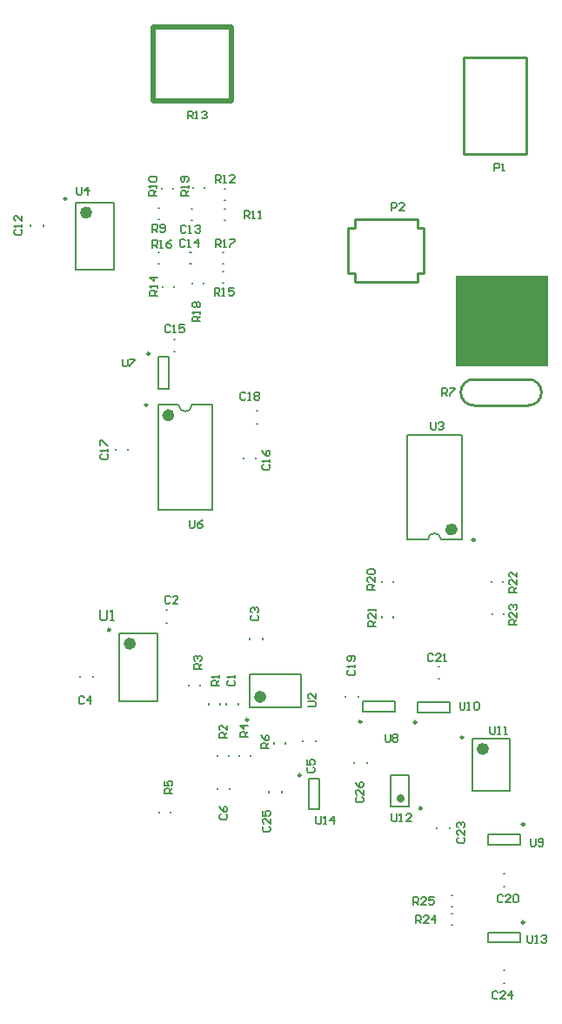
<source format=gbr>
G04 Layer_Color=65535*
%FSLAX26Y26*%
%MOIN*%
%TF.FileFunction,Legend,Top*%
%TF.Part,Single*%
G01*
G75*
%TA.AperFunction,NonConductor*%
%ADD49C,0.007874*%
%ADD50C,0.010000*%
%ADD52C,0.009842*%
%ADD54C,0.005905*%
%ADD75C,0.023622*%
%ADD76C,0.015748*%
%ADD77C,0.020000*%
%ADD78R,0.355000X0.350000*%
D49*
X210717Y-1108380D02*
G03*
X160717Y-1108380I-25000J0D01*
G01*
X-794000Y-592214D02*
G03*
X-744000Y-592214I25000J0D01*
G01*
X-617969Y192346D02*
X-614032D01*
X-617969Y235654D02*
X-614032D01*
X-617969Y117346D02*
X-614032D01*
X-617969Y160654D02*
X-614032D01*
X-625969Y-49654D02*
X-622032D01*
X-625969Y-6346D02*
X-622032D01*
X-1121930Y-1634492D02*
Y-1630554D01*
X-1171142Y-1634492D02*
Y-1630554D01*
X451496Y-2807128D02*
X455434D01*
X451496Y-2757916D02*
X455434D01*
X514488Y-2652208D02*
Y-2612838D01*
X392440Y-2652208D02*
Y-2612838D01*
X514488D01*
X392440Y-2652208D02*
X514488D01*
X451496Y-2437128D02*
X455434D01*
X451496Y-2387916D02*
X455434D01*
X514488Y-2277208D02*
Y-2237838D01*
X392440Y-2277208D02*
Y-2237838D01*
X514488D01*
X392440Y-2277208D02*
X514488D01*
X-324604Y-1749742D02*
Y-1623756D01*
X-521456Y-1749742D02*
Y-1623756D01*
X-324604D01*
X-521456Y-1749742D02*
X-324604D01*
X-155636Y-1710718D02*
Y-1706780D01*
X-106424Y-1710718D02*
Y-1706780D01*
X243072Y-2214490D02*
Y-2210554D01*
X193860Y-2214490D02*
Y-2210554D01*
X199978Y-1641812D02*
X203914D01*
X199978Y-1592600D02*
X203914D01*
X-120912Y-1963378D02*
Y-1959442D01*
X-71700Y-1963378D02*
Y-1959442D01*
X-447912Y-2076174D02*
Y-2072238D01*
X-398700Y-2076174D02*
Y-2072238D01*
X-987394Y-764970D02*
Y-761034D01*
X-1036606Y-764970D02*
Y-761034D01*
X-497394Y-796970D02*
Y-793034D01*
X-546606Y-796970D02*
Y-793034D01*
X-812968Y-339396D02*
X-809032D01*
X-812968Y-388608D02*
X-809032D01*
X-1362606Y93826D02*
Y97762D01*
X-1313394Y93826D02*
Y97762D01*
X-268810Y-1882080D02*
Y-1878144D01*
X-318022Y-1882080D02*
Y-1878144D01*
X-523022Y-1489284D02*
Y-1485348D01*
X-473810Y-1489284D02*
Y-1485348D01*
X-843268Y-1377482D02*
X-839332D01*
X-843268Y-1426694D02*
X-839332D01*
X-16960Y-1406174D02*
Y-1402238D01*
X26348Y-1406174D02*
Y-1402238D01*
X408040Y-1394174D02*
Y-1390238D01*
X451348Y-1394174D02*
Y-1390238D01*
X405040Y-1272174D02*
Y-1268238D01*
X448348Y-1272174D02*
Y-1268238D01*
X-16960Y-1272174D02*
Y-1268238D01*
X26348Y-1272174D02*
Y-1268238D01*
X-1021140Y-1727126D02*
Y-1467284D01*
X-875472Y-1727126D02*
Y-1467284D01*
X-1021140D02*
X-875472D01*
X-1021140Y-1727126D02*
X-875472D01*
X-296392Y-2022868D02*
X-257022D01*
X-296392Y-2140978D02*
X-257022D01*
X-296392D02*
Y-2022868D01*
X-257022Y-2140978D02*
Y-2022868D01*
X-745968Y160638D02*
X-742032D01*
X-745968Y115364D02*
X-742032D01*
X-750968Y-6364D02*
X-747032D01*
X-750968Y-51638D02*
X-747032D01*
X81386Y-706806D02*
X290046D01*
X81386Y-1108380D02*
X160716D01*
X210716D02*
X290046D01*
X81386D02*
Y-706806D01*
X290046Y-1108380D02*
Y-706806D01*
X-1188810Y-75466D02*
Y184376D01*
X-1043142Y-75466D02*
Y184376D01*
X-1188810D02*
X-1043142D01*
X-1188810Y-75466D02*
X-1043142D01*
X122348Y-1768998D02*
Y-1729628D01*
X244396Y-1768998D02*
Y-1729628D01*
X122348Y-1768998D02*
X244396D01*
X122348Y-1729628D02*
X244396D01*
X-87822Y-1767434D02*
Y-1728064D01*
X34224Y-1767434D02*
Y-1728064D01*
X-87822Y-1767434D02*
X34224D01*
X-87822Y-1728064D02*
X34224D01*
X331560Y-2071096D02*
Y-1870308D01*
X473292Y-2071096D02*
Y-1870308D01*
X331560D02*
X473292D01*
X331560Y-2071096D02*
X473292D01*
X87584Y-2131214D02*
Y-2011134D01*
X16718Y-2131214D02*
Y-2011134D01*
Y-2131214D02*
X87584D01*
X16718Y-2011134D02*
X87584D01*
X-872684Y-406978D02*
X-833314D01*
X-872684Y-529026D02*
X-833314D01*
X-872684D02*
Y-406978D01*
X-833314Y-529026D02*
Y-406978D01*
X-858654Y237032D02*
Y240968D01*
X-815346Y237032D02*
Y240968D01*
X-624968Y-79346D02*
X-621032D01*
X-624968Y-122654D02*
X-621032D01*
X-855654Y-139970D02*
Y-136034D01*
X-812346Y-139970D02*
Y-136034D01*
X-872968Y-50670D02*
X-869032D01*
X-872968Y-7364D02*
X-869032D01*
X-699346Y-127970D02*
Y-124034D01*
X-742654Y-127970D02*
Y-124034D01*
X-738654Y239032D02*
Y242968D01*
X-695346Y239032D02*
Y242968D01*
X-871968Y161652D02*
X-868032D01*
X-871968Y118344D02*
X-868032D01*
X-636762Y-1739284D02*
Y-1735348D01*
X-680070Y-1739284D02*
Y-1735348D01*
X-601652Y-1938174D02*
Y-1934238D01*
X-644960Y-1938174D02*
Y-1934238D01*
X-712908Y-1667810D02*
Y-1663872D01*
X-756216Y-1667810D02*
Y-1663872D01*
X-519652Y-1938174D02*
Y-1934238D01*
X-562960Y-1938174D02*
Y-1934238D01*
X251496Y-2540868D02*
X255432D01*
X251496Y-2584176D02*
X255432D01*
X251496Y-2514176D02*
X255432D01*
X251496Y-2470868D02*
X255432D01*
X-386762Y-1889284D02*
Y-1885348D01*
X-430070Y-1889284D02*
Y-1885348D01*
X-873330Y-993790D02*
X-664670D01*
X-744000Y-592214D02*
X-664670D01*
X-873330D02*
X-794000D01*
X-664670Y-993790D02*
Y-592214D01*
X-873330Y-993790D02*
Y-592214D01*
X-611054Y-1739284D02*
Y-1735348D01*
X-565778Y-1739284D02*
Y-1735348D01*
X-599668Y-2063174D02*
Y-2059238D01*
X-644944Y-2063174D02*
Y-2059238D01*
X-495968Y-663608D02*
X-492032D01*
X-495968Y-614396D02*
X-492032D01*
X-824880Y-2154490D02*
Y-2150554D01*
X-868188Y-2154490D02*
Y-2150554D01*
X-1095297Y-1376699D02*
Y-1409497D01*
X-1088737Y-1416057D01*
X-1075618D01*
X-1069059Y-1409497D01*
Y-1376699D01*
X-1055939Y-1416057D02*
X-1042820D01*
X-1049380D01*
Y-1376699D01*
X-1055939Y-1383259D01*
D50*
X545892Y-593899D02*
G03*
X545892Y-493899I250J50000D01*
G01*
X336392D02*
G03*
X336392Y-593899I-250J-50000D01*
G01*
X297000Y369998D02*
X537000D01*
X297000D02*
Y739998D01*
X537000D01*
Y369998D02*
Y739998D01*
X336392Y-593900D02*
X545892D01*
X336392Y-493900D02*
X545892D01*
X120000Y-87500D02*
X145000D01*
X120000Y-120000D02*
Y-87500D01*
X-120000Y-120000D02*
X120000D01*
X-120000D02*
Y-87500D01*
X-145000D02*
X-120000D01*
X-145000D02*
Y87500D01*
X-120000D01*
Y120000D01*
X120000D01*
Y87500D02*
Y120000D01*
Y87500D02*
X145000D01*
Y-87500D02*
Y87500D01*
D52*
X530236Y-2574451D02*
G03*
X530236Y-2574451I-4921J0D01*
G01*
Y-2199451D02*
G03*
X530236Y-2199451I-4921J0D01*
G01*
X-527558Y-1797970D02*
G03*
X-527558Y-1797970I-4921J0D01*
G01*
X-1056574Y-1453506D02*
G03*
X-1056574Y-1453506I-4921J0D01*
G01*
X-325921Y-2011057D02*
G03*
X-325921Y-2011057I-4921J0D01*
G01*
X340638Y-1108773D02*
G03*
X340638Y-1108773I-4921J0D01*
G01*
X-1224244Y198156D02*
G03*
X-1224244Y198156I-4921J0D01*
G01*
X116442Y-1807385D02*
G03*
X116442Y-1807385I-4921J0D01*
G01*
X-93729Y-1805821D02*
G03*
X-93729Y-1805821I-4921J0D01*
G01*
X296127Y-1865388D02*
G03*
X296127Y-1865388I-4921J0D01*
G01*
X136796Y-2137120D02*
G03*
X136796Y-2137120I-4921J0D01*
G01*
X-906149Y-396151D02*
G03*
X-906149Y-396151I-4921J0D01*
G01*
X-914078Y-591821D02*
G03*
X-914078Y-591821I-4921J0D01*
G01*
D54*
X-653000Y13000D02*
Y42518D01*
X-638241D01*
X-633321Y37598D01*
Y27759D01*
X-638241Y22839D01*
X-653000D01*
X-643161D02*
X-633321Y13000D01*
X-623482D02*
X-613643D01*
X-618562D01*
Y42518D01*
X-623482Y37598D01*
X-598884Y42518D02*
X-579205D01*
Y37598D01*
X-598884Y17920D01*
Y13000D01*
X-653000Y261000D02*
Y290518D01*
X-638241D01*
X-633321Y285598D01*
Y275759D01*
X-638241Y270839D01*
X-653000D01*
X-643161D02*
X-633321Y261000D01*
X-623482D02*
X-613643D01*
X-618562D01*
Y290518D01*
X-623482Y285598D01*
X-579205Y261000D02*
X-598884D01*
X-579205Y280679D01*
Y285598D01*
X-584125Y290518D01*
X-593964D01*
X-598884Y285598D01*
X-542000Y123000D02*
Y152518D01*
X-527241D01*
X-522321Y147598D01*
Y137759D01*
X-527241Y132839D01*
X-542000D01*
X-532161D02*
X-522321Y123000D01*
X-512482D02*
X-502642D01*
X-507562D01*
Y152518D01*
X-512482Y147598D01*
X-487884Y123000D02*
X-478044D01*
X-482964D01*
Y152518D01*
X-487884Y147598D01*
X-1156857Y-1712923D02*
X-1161776Y-1708004D01*
X-1171616D01*
X-1176535Y-1712923D01*
Y-1732602D01*
X-1171616Y-1737522D01*
X-1161776D01*
X-1156857Y-1732602D01*
X-1132258Y-1737522D02*
Y-1708004D01*
X-1147017Y-1722763D01*
X-1127339D01*
X-39307Y-1441207D02*
X-68825D01*
Y-1426448D01*
X-63905Y-1421528D01*
X-54066D01*
X-49146Y-1426448D01*
Y-1441207D01*
Y-1431367D02*
X-39307Y-1421528D01*
Y-1392010D02*
Y-1411688D01*
X-58986Y-1392010D01*
X-63905D01*
X-68825Y-1396929D01*
Y-1406769D01*
X-63905Y-1411688D01*
X-39307Y-1382170D02*
Y-1372331D01*
Y-1377251D01*
X-68825D01*
X-63905Y-1382170D01*
X-42307Y-1300207D02*
X-71825D01*
Y-1285448D01*
X-66905Y-1280528D01*
X-57066D01*
X-52146Y-1285448D01*
Y-1300207D01*
Y-1290367D02*
X-42307Y-1280528D01*
Y-1251010D02*
Y-1270688D01*
X-61986Y-1251010D01*
X-66905D01*
X-71825Y-1255929D01*
Y-1265769D01*
X-66905Y-1270688D01*
Y-1241170D02*
X-71825Y-1236251D01*
Y-1226411D01*
X-66905Y-1221492D01*
X-47227D01*
X-42307Y-1226411D01*
Y-1236251D01*
X-47227Y-1241170D01*
X-66905D01*
X501693Y-1435207D02*
X472175D01*
Y-1420448D01*
X477095Y-1415528D01*
X486934D01*
X491854Y-1420448D01*
Y-1435207D01*
Y-1425367D02*
X501693Y-1415528D01*
Y-1386010D02*
Y-1405688D01*
X482014Y-1386010D01*
X477095D01*
X472175Y-1390929D01*
Y-1400769D01*
X477095Y-1405688D01*
Y-1376170D02*
X472175Y-1371251D01*
Y-1361411D01*
X477095Y-1356492D01*
X482014D01*
X486934Y-1361411D01*
Y-1366331D01*
Y-1361411D01*
X491854Y-1356492D01*
X496774D01*
X501693Y-1361411D01*
Y-1371251D01*
X496774Y-1376170D01*
X501693Y-1311207D02*
X472175D01*
Y-1296448D01*
X477095Y-1291528D01*
X486934D01*
X491854Y-1296448D01*
Y-1311207D01*
Y-1301367D02*
X501693Y-1291528D01*
Y-1262010D02*
Y-1281688D01*
X482014Y-1262010D01*
X477095D01*
X472175Y-1266929D01*
Y-1276769D01*
X477095Y-1281688D01*
X501693Y-1232492D02*
Y-1252170D01*
X482014Y-1232492D01*
X477095D01*
X472175Y-1237411D01*
Y-1247251D01*
X477095Y-1252170D01*
X-1089708Y-780433D02*
X-1094628Y-785353D01*
Y-795192D01*
X-1089708Y-800112D01*
X-1070030D01*
X-1065110Y-795192D01*
Y-785353D01*
X-1070030Y-780433D01*
X-1065110Y-770594D02*
Y-760755D01*
Y-765674D01*
X-1094628D01*
X-1089708Y-770594D01*
X-1094628Y-745995D02*
Y-726317D01*
X-1089708D01*
X-1070030Y-745995D01*
X-1065110D01*
X-448417Y-1907317D02*
X-477935D01*
Y-1892558D01*
X-473015Y-1887638D01*
X-463176D01*
X-458256Y-1892558D01*
Y-1907317D01*
Y-1897477D02*
X-448417Y-1887638D01*
X-477935Y-1858120D02*
X-473015Y-1867959D01*
X-463176Y-1877799D01*
X-453337D01*
X-448417Y-1872879D01*
Y-1863040D01*
X-453337Y-1858120D01*
X-458256D01*
X-463176Y-1863040D01*
Y-1877799D01*
X105000Y-2507000D02*
Y-2477482D01*
X119759D01*
X124679Y-2482402D01*
Y-2492241D01*
X119759Y-2497161D01*
X105000D01*
X114839D02*
X124679Y-2507000D01*
X154197D02*
X134518D01*
X154197Y-2487321D01*
Y-2482402D01*
X149277Y-2477482D01*
X139438D01*
X134518Y-2482402D01*
X183715Y-2477482D02*
X164036D01*
Y-2492241D01*
X173876Y-2487321D01*
X178795D01*
X183715Y-2492241D01*
Y-2502080D01*
X178795Y-2507000D01*
X168956D01*
X164036Y-2502080D01*
X-268055Y-2167689D02*
Y-2192287D01*
X-263135Y-2197207D01*
X-253296D01*
X-248376Y-2192287D01*
Y-2167689D01*
X-238536Y-2197207D02*
X-228697D01*
X-233617D01*
Y-2167689D01*
X-238536Y-2172608D01*
X-199179Y-2197207D02*
Y-2167689D01*
X-213938Y-2182448D01*
X-194259D01*
X277402Y-2250321D02*
X272482Y-2255241D01*
Y-2265080D01*
X277402Y-2270000D01*
X297080D01*
X302000Y-2265080D01*
Y-2255241D01*
X297080Y-2250321D01*
X302000Y-2220803D02*
Y-2240482D01*
X282321Y-2220803D01*
X277402D01*
X272482Y-2225723D01*
Y-2235562D01*
X277402Y-2240482D01*
Y-2210964D02*
X272482Y-2206044D01*
Y-2196205D01*
X277402Y-2191285D01*
X282321D01*
X287241Y-2196205D01*
Y-2201124D01*
Y-2196205D01*
X292161Y-2191285D01*
X297080D01*
X302000Y-2196205D01*
Y-2206044D01*
X297080Y-2210964D01*
X-467598Y-2206321D02*
X-472518Y-2211241D01*
Y-2221080D01*
X-467598Y-2226000D01*
X-447920D01*
X-443000Y-2221080D01*
Y-2211241D01*
X-447920Y-2206321D01*
X-443000Y-2176803D02*
Y-2196482D01*
X-462679Y-2176803D01*
X-467598D01*
X-472518Y-2181723D01*
Y-2191562D01*
X-467598Y-2196482D01*
X-472518Y-2147285D02*
Y-2166964D01*
X-457759D01*
X-462679Y-2157124D01*
Y-2152205D01*
X-457759Y-2147285D01*
X-447920D01*
X-443000Y-2152205D01*
Y-2162044D01*
X-447920Y-2166964D01*
X-603015Y-1647638D02*
X-607935Y-1652558D01*
Y-1662397D01*
X-603015Y-1667317D01*
X-583337D01*
X-578417Y-1662397D01*
Y-1652558D01*
X-583337Y-1647638D01*
X-578417Y-1637799D02*
Y-1627959D01*
Y-1632879D01*
X-607935D01*
X-603015Y-1637799D01*
X-826857Y-1327923D02*
X-831776Y-1323004D01*
X-841616D01*
X-846535Y-1327923D01*
Y-1347602D01*
X-841616Y-1352522D01*
X-831776D01*
X-826857Y-1347602D01*
X-797339Y-1352522D02*
X-817017D01*
X-797339Y-1332843D01*
Y-1327923D01*
X-802258Y-1323004D01*
X-812098D01*
X-817017Y-1327923D01*
X-513015Y-1397638D02*
X-517935Y-1402558D01*
Y-1412397D01*
X-513015Y-1417317D01*
X-493337D01*
X-488417Y-1412397D01*
Y-1402558D01*
X-493337Y-1397638D01*
X-513015Y-1387799D02*
X-517935Y-1382879D01*
Y-1373040D01*
X-513015Y-1368120D01*
X-508096D01*
X-503176Y-1373040D01*
Y-1377959D01*
Y-1373040D01*
X-498256Y-1368120D01*
X-493337D01*
X-488417Y-1373040D01*
Y-1382879D01*
X-493337Y-1387799D01*
X-298015Y-1980434D02*
X-302935Y-1985354D01*
Y-1995193D01*
X-298015Y-2000113D01*
X-278337D01*
X-273417Y-1995193D01*
Y-1985354D01*
X-278337Y-1980434D01*
X-302935Y-1950916D02*
Y-1970595D01*
X-288176D01*
X-293096Y-1960755D01*
Y-1955836D01*
X-288176Y-1950916D01*
X-278337D01*
X-273417Y-1955836D01*
Y-1965675D01*
X-278337Y-1970595D01*
X-632905Y-2160528D02*
X-637825Y-2165448D01*
Y-2175287D01*
X-632905Y-2180207D01*
X-613226D01*
X-608307Y-2175287D01*
Y-2165448D01*
X-613226Y-2160528D01*
X-637825Y-2131010D02*
X-632905Y-2140849D01*
X-623066Y-2150689D01*
X-613226D01*
X-608307Y-2145769D01*
Y-2135930D01*
X-613226Y-2131010D01*
X-618146D01*
X-623066Y-2135930D01*
Y-2150689D01*
X-766321Y91598D02*
X-771241Y96518D01*
X-781080D01*
X-786000Y91598D01*
Y71920D01*
X-781080Y67000D01*
X-771241D01*
X-766321Y71920D01*
X-756482Y67000D02*
X-746643D01*
X-751562D01*
Y96518D01*
X-756482Y91598D01*
X-731884D02*
X-726964Y96518D01*
X-717125D01*
X-712205Y91598D01*
Y86679D01*
X-717125Y81759D01*
X-722044D01*
X-717125D01*
X-712205Y76839D01*
Y71920D01*
X-717125Y67000D01*
X-726964D01*
X-731884Y71920D01*
X-769321Y38597D02*
X-774241Y43516D01*
X-784080D01*
X-789000Y38597D01*
Y18918D01*
X-784080Y13998D01*
X-774241D01*
X-769321Y18918D01*
X-759482Y13998D02*
X-749642D01*
X-754562D01*
Y43516D01*
X-759482Y38597D01*
X-720124Y13998D02*
Y43516D01*
X-734883Y28757D01*
X-715205D01*
X-1419708Y79567D02*
X-1424628Y74647D01*
Y64808D01*
X-1419708Y59888D01*
X-1400030D01*
X-1395110Y64808D01*
Y74647D01*
X-1400030Y79567D01*
X-1395110Y89406D02*
Y99246D01*
Y94326D01*
X-1424628D01*
X-1419708Y89406D01*
X-1395110Y133683D02*
Y114004D01*
X-1414789Y133683D01*
X-1419708D01*
X-1424628Y128763D01*
Y118924D01*
X-1419708Y114004D01*
X-826778Y-290362D02*
X-831698Y-285442D01*
X-841537D01*
X-846457Y-290362D01*
Y-310041D01*
X-841537Y-314961D01*
X-831698D01*
X-826778Y-310041D01*
X-816939Y-314961D02*
X-807099D01*
X-812019D01*
Y-285442D01*
X-816939Y-290362D01*
X-772662Y-285442D02*
X-792340D01*
Y-300202D01*
X-782501Y-295282D01*
X-777581D01*
X-772662Y-300202D01*
Y-310041D01*
X-777581Y-314961D01*
X-787420D01*
X-792340Y-310041D01*
X-111016Y-2095559D02*
X-115935Y-2100478D01*
Y-2110318D01*
X-111016Y-2115237D01*
X-91337D01*
X-86417Y-2110318D01*
Y-2100478D01*
X-91337Y-2095559D01*
X-86417Y-2066041D02*
Y-2085719D01*
X-106096Y-2066041D01*
X-111016D01*
X-115935Y-2070960D01*
Y-2080800D01*
X-111016Y-2085719D01*
X-115935Y-2036522D02*
X-111016Y-2046362D01*
X-101176Y-2056201D01*
X-91337D01*
X-86417Y-2051281D01*
Y-2041442D01*
X-91337Y-2036522D01*
X-96257D01*
X-101176Y-2041442D01*
Y-2056201D01*
X180372Y-1549608D02*
X175452Y-1544688D01*
X165613D01*
X160693Y-1549608D01*
Y-1569287D01*
X165613Y-1574207D01*
X175452D01*
X180372Y-1569287D01*
X209890Y-1574207D02*
X190211D01*
X209890Y-1554528D01*
Y-1549608D01*
X204970Y-1544688D01*
X195131D01*
X190211Y-1549608D01*
X219729Y-1574207D02*
X229569D01*
X224649D01*
Y-1544688D01*
X219729Y-1549608D01*
X414890Y304888D02*
Y334406D01*
X429649D01*
X434569Y329486D01*
Y319647D01*
X429649Y314727D01*
X414890D01*
X444408Y304888D02*
X454248D01*
X449328D01*
Y334406D01*
X444408Y329486D01*
X21000Y153998D02*
Y183516D01*
X35759D01*
X40679Y178597D01*
Y168757D01*
X35759Y163838D01*
X21000D01*
X70197Y153998D02*
X50518D01*
X70197Y173677D01*
Y178597D01*
X65277Y183516D01*
X55438D01*
X50518Y178597D01*
X-638417Y-1667317D02*
X-667935D01*
Y-1652558D01*
X-663015Y-1647638D01*
X-653176D01*
X-648256Y-1652558D01*
Y-1667317D01*
Y-1657477D02*
X-638417Y-1647638D01*
Y-1637799D02*
Y-1627959D01*
Y-1632879D01*
X-667935D01*
X-663015Y-1637799D01*
X-610307Y-1868207D02*
X-639825D01*
Y-1853448D01*
X-634905Y-1848528D01*
X-625066D01*
X-620146Y-1853448D01*
Y-1868207D01*
Y-1858367D02*
X-610307Y-1848528D01*
Y-1819010D02*
Y-1838688D01*
X-629986Y-1819010D01*
X-634905D01*
X-639825Y-1823929D01*
Y-1833769D01*
X-634905Y-1838688D01*
X-706535Y-1602522D02*
X-736053D01*
Y-1587763D01*
X-731134Y-1582843D01*
X-721294D01*
X-716375Y-1587763D01*
Y-1602522D01*
Y-1592682D02*
X-706535Y-1582843D01*
X-731134Y-1573004D02*
X-736053Y-1568084D01*
Y-1558245D01*
X-731134Y-1553325D01*
X-726214D01*
X-721294Y-1558245D01*
Y-1563164D01*
Y-1558245D01*
X-716375Y-1553325D01*
X-711455D01*
X-706535Y-1558245D01*
Y-1568084D01*
X-711455Y-1573004D01*
X-529188Y-1865002D02*
X-558706D01*
Y-1850243D01*
X-553786Y-1845323D01*
X-543947D01*
X-539027Y-1850243D01*
Y-1865002D01*
Y-1855162D02*
X-529188Y-1845323D01*
Y-1820725D02*
X-558706D01*
X-543947Y-1835484D01*
Y-1815805D01*
X114000Y-2578000D02*
Y-2548482D01*
X128759D01*
X133679Y-2553402D01*
Y-2563241D01*
X128759Y-2568161D01*
X114000D01*
X123839D02*
X133679Y-2578000D01*
X163197D02*
X143518D01*
X163197Y-2558321D01*
Y-2553402D01*
X158277Y-2548482D01*
X148438D01*
X143518Y-2553402D01*
X187795Y-2578000D02*
Y-2548482D01*
X173036Y-2563241D01*
X192715D01*
X214000Y-556000D02*
Y-526482D01*
X228759D01*
X233679Y-531402D01*
Y-541241D01*
X228759Y-546161D01*
X214000D01*
X223839D02*
X233679Y-556000D01*
X243518Y-526482D02*
X263197D01*
Y-531402D01*
X243518Y-551080D01*
Y-556000D01*
X-895110Y69888D02*
Y99406D01*
X-880351D01*
X-875431Y94486D01*
Y84647D01*
X-880351Y79727D01*
X-895110D01*
X-885271D02*
X-875431Y69888D01*
X-865592Y74808D02*
X-860672Y69888D01*
X-850833D01*
X-845913Y74808D01*
Y94486D01*
X-850833Y99406D01*
X-860672D01*
X-865592Y94486D01*
Y89567D01*
X-860672Y84647D01*
X-845913D01*
X-878000Y210000D02*
X-907518D01*
Y224759D01*
X-902598Y229679D01*
X-892759D01*
X-887839Y224759D01*
Y210000D01*
Y219839D02*
X-878000Y229679D01*
Y239518D02*
Y249357D01*
Y244438D01*
X-907518D01*
X-902598Y239518D01*
Y264116D02*
X-907518Y269036D01*
Y278875D01*
X-902598Y283795D01*
X-882920D01*
X-878000Y278875D01*
Y269036D01*
X-882920Y264116D01*
X-902598D01*
X-657000Y-173000D02*
Y-143482D01*
X-642241D01*
X-637321Y-148402D01*
Y-158241D01*
X-642241Y-163161D01*
X-657000D01*
X-647161D02*
X-637321Y-173000D01*
X-627482D02*
X-617643D01*
X-622562D01*
Y-143482D01*
X-627482Y-148402D01*
X-583205Y-143482D02*
X-602884D01*
Y-158241D01*
X-593044Y-153321D01*
X-588125D01*
X-583205Y-158241D01*
Y-168080D01*
X-588125Y-173000D01*
X-597964D01*
X-602884Y-168080D01*
X-760110Y504888D02*
Y534406D01*
X-745351D01*
X-740431Y529486D01*
Y519647D01*
X-745351Y514727D01*
X-760110D01*
X-750271D02*
X-740431Y504888D01*
X-730592D02*
X-720753D01*
X-725672D01*
Y534406D01*
X-730592Y529486D01*
X-705994D02*
X-701074Y534406D01*
X-691235D01*
X-686315Y529486D01*
Y524567D01*
X-691235Y519647D01*
X-696154D01*
X-691235D01*
X-686315Y514727D01*
Y509808D01*
X-691235Y504888D01*
X-701074D01*
X-705994Y509808D01*
X-875000Y-173002D02*
X-904518D01*
Y-158243D01*
X-899598Y-153323D01*
X-889759D01*
X-884839Y-158243D01*
Y-173002D01*
Y-163162D02*
X-875000Y-153323D01*
Y-143484D02*
Y-133644D01*
Y-138564D01*
X-904518D01*
X-899598Y-143484D01*
X-875000Y-104126D02*
X-904518D01*
X-889759Y-118885D01*
Y-99207D01*
X-895110Y9888D02*
Y39406D01*
X-880351D01*
X-875431Y34486D01*
Y24647D01*
X-880351Y19727D01*
X-895110D01*
X-885271D02*
X-875431Y9888D01*
X-865592D02*
X-855753D01*
X-860672D01*
Y39406D01*
X-865592Y34486D01*
X-821315Y39406D02*
X-831154Y34486D01*
X-840994Y24647D01*
Y14808D01*
X-836074Y9888D01*
X-826235D01*
X-821315Y14808D01*
Y19727D01*
X-826235Y24647D01*
X-840994D01*
X-712000Y-272002D02*
X-741518D01*
Y-257243D01*
X-736598Y-252323D01*
X-726759D01*
X-721839Y-257243D01*
Y-272002D01*
Y-262162D02*
X-712000Y-252323D01*
Y-242484D02*
Y-232644D01*
Y-237564D01*
X-741518D01*
X-736598Y-242484D01*
Y-217885D02*
X-741518Y-212966D01*
Y-203126D01*
X-736598Y-198207D01*
X-731678D01*
X-726759Y-203126D01*
X-721839Y-198207D01*
X-716919D01*
X-712000Y-203126D01*
Y-212966D01*
X-716919Y-217885D01*
X-721839D01*
X-726759Y-212966D01*
X-731678Y-217885D01*
X-736598D01*
X-726759Y-212966D02*
Y-203126D01*
X-756000Y209000D02*
X-785518D01*
Y223759D01*
X-780598Y228679D01*
X-770759D01*
X-765839Y223759D01*
Y209000D01*
Y218839D02*
X-756000Y228679D01*
Y238518D02*
Y248357D01*
Y243438D01*
X-785518D01*
X-780598Y238518D01*
X-760920Y263116D02*
X-756000Y268036D01*
Y277875D01*
X-760920Y282795D01*
X-780598D01*
X-785518Y277875D01*
Y268036D01*
X-780598Y263116D01*
X-775679D01*
X-770759Y268036D01*
Y282795D01*
X-297935Y-1747317D02*
X-273337D01*
X-268417Y-1742397D01*
Y-1732558D01*
X-273337Y-1727638D01*
X-297935D01*
X-268417Y-1698120D02*
Y-1717799D01*
X-288096Y-1698120D01*
X-293015D01*
X-297935Y-1703040D01*
Y-1712879D01*
X-293015Y-1717799D01*
X171693Y-657531D02*
Y-682129D01*
X176613Y-687049D01*
X186452D01*
X191372Y-682129D01*
Y-657531D01*
X201211Y-662451D02*
X206131Y-657531D01*
X215970D01*
X220890Y-662451D01*
Y-667370D01*
X215970Y-672290D01*
X211050D01*
X215970D01*
X220890Y-677210D01*
Y-682129D01*
X215970Y-687049D01*
X206131D01*
X201211Y-682129D01*
X-1185000Y242516D02*
Y217918D01*
X-1180080Y212998D01*
X-1170241D01*
X-1165321Y217918D01*
Y242516D01*
X-1140723Y212998D02*
Y242516D01*
X-1155482Y227757D01*
X-1135803D01*
X-752520Y-1033004D02*
Y-1057602D01*
X-747600Y-1062522D01*
X-737761D01*
X-732841Y-1057602D01*
Y-1033004D01*
X-703323D02*
X-713163Y-1037924D01*
X-723002Y-1047763D01*
Y-1057602D01*
X-718082Y-1062522D01*
X-708243D01*
X-703323Y-1057602D01*
Y-1052683D01*
X-708243Y-1047763D01*
X-723002D01*
X-143015Y-1607638D02*
X-147935Y-1612558D01*
Y-1622397D01*
X-143015Y-1627317D01*
X-123337D01*
X-118417Y-1622397D01*
Y-1612558D01*
X-123337Y-1607638D01*
X-118417Y-1597799D02*
Y-1587959D01*
Y-1592879D01*
X-147935D01*
X-143015Y-1597799D01*
X-123337Y-1573200D02*
X-118417Y-1568281D01*
Y-1558441D01*
X-123337Y-1553522D01*
X-143015D01*
X-147935Y-1558441D01*
Y-1568281D01*
X-143015Y-1573200D01*
X-138096D01*
X-133176Y-1568281D01*
Y-1553522D01*
X283000Y-1730482D02*
Y-1755080D01*
X287920Y-1760000D01*
X297759D01*
X302679Y-1755080D01*
Y-1730482D01*
X312518Y-1760000D02*
X322358D01*
X317438D01*
Y-1730482D01*
X312518Y-1735402D01*
X337116D02*
X342036Y-1730482D01*
X351875D01*
X356795Y-1735402D01*
Y-1755080D01*
X351875Y-1760000D01*
X342036D01*
X337116Y-1755080D01*
Y-1735402D01*
X-3417Y-1852799D02*
Y-1877397D01*
X1503Y-1882317D01*
X11342D01*
X16262Y-1877397D01*
Y-1852799D01*
X26101Y-1857718D02*
X31021Y-1852799D01*
X40860D01*
X45780Y-1857718D01*
Y-1862638D01*
X40860Y-1867558D01*
X45780Y-1872477D01*
Y-1877397D01*
X40860Y-1882317D01*
X31021D01*
X26101Y-1877397D01*
Y-1872477D01*
X31021Y-1867558D01*
X26101Y-1862638D01*
Y-1857718D01*
X31021Y-1867558D02*
X40860D01*
X398945Y-1823688D02*
Y-1848287D01*
X403865Y-1853207D01*
X413704D01*
X418624Y-1848287D01*
Y-1823688D01*
X428464Y-1853207D02*
X438303D01*
X433383D01*
Y-1823688D01*
X428464Y-1828608D01*
X453062Y-1853207D02*
X462901D01*
X457982D01*
Y-1823688D01*
X453062Y-1828608D01*
X22480Y-2158004D02*
Y-2182602D01*
X27400Y-2187522D01*
X37239D01*
X42159Y-2182602D01*
Y-2158004D01*
X51998Y-2187522D02*
X61837D01*
X56918D01*
Y-2158004D01*
X51998Y-2162924D01*
X96275Y-2187522D02*
X76597D01*
X96275Y-2167843D01*
Y-2162924D01*
X91356Y-2158004D01*
X81516D01*
X76597Y-2162924D01*
X-1010110Y-415594D02*
Y-440192D01*
X-1005190Y-445112D01*
X-995351D01*
X-990431Y-440192D01*
Y-415594D01*
X-980592D02*
X-960913D01*
Y-420514D01*
X-980592Y-440192D01*
Y-445112D01*
X-538431Y-548514D02*
X-543351Y-543594D01*
X-553190D01*
X-558110Y-548514D01*
Y-568192D01*
X-553190Y-573112D01*
X-543351D01*
X-538431Y-568192D01*
X-528592Y-573112D02*
X-518753D01*
X-523672D01*
Y-543594D01*
X-528592Y-548514D01*
X-503993D02*
X-499074Y-543594D01*
X-489235D01*
X-484315Y-548514D01*
Y-553433D01*
X-489235Y-558353D01*
X-484315Y-563273D01*
Y-568192D01*
X-489235Y-573112D01*
X-499074D01*
X-503993Y-568192D01*
Y-563273D01*
X-499074Y-558353D01*
X-503993Y-553433D01*
Y-548514D01*
X-499074Y-558353D02*
X-489235D01*
X-469708Y-820433D02*
X-474628Y-825353D01*
Y-835192D01*
X-469708Y-840112D01*
X-450030D01*
X-445110Y-835192D01*
Y-825353D01*
X-450030Y-820433D01*
X-445110Y-810594D02*
Y-800755D01*
Y-805674D01*
X-474628D01*
X-469708Y-810594D01*
X-474628Y-766317D02*
X-469708Y-776156D01*
X-459869Y-785995D01*
X-450030D01*
X-445110Y-781076D01*
Y-771236D01*
X-450030Y-766317D01*
X-454949D01*
X-459869Y-771236D01*
Y-785995D01*
X-818535Y-2081522D02*
X-848053D01*
Y-2066763D01*
X-843134Y-2061843D01*
X-833294D01*
X-828375Y-2066763D01*
Y-2081522D01*
Y-2071682D02*
X-818535Y-2061843D01*
X-848053Y-2032325D02*
Y-2052004D01*
X-833294D01*
X-838214Y-2042164D01*
Y-2037245D01*
X-833294Y-2032325D01*
X-823455D01*
X-818535Y-2037245D01*
Y-2047084D01*
X-823455Y-2052004D01*
X448143Y-2472923D02*
X443224Y-2468004D01*
X433384D01*
X428465Y-2472923D01*
Y-2492602D01*
X433384Y-2497522D01*
X443224D01*
X448143Y-2492602D01*
X477661Y-2497522D02*
X457983D01*
X477661Y-2477843D01*
Y-2472923D01*
X472742Y-2468004D01*
X462902D01*
X457983Y-2472923D01*
X487501D02*
X492421Y-2468004D01*
X502260D01*
X507180Y-2472923D01*
Y-2492602D01*
X502260Y-2497522D01*
X492421D01*
X487501Y-2492602D01*
Y-2472923D01*
X428143Y-2842923D02*
X423224Y-2838004D01*
X413384D01*
X408465Y-2842923D01*
Y-2862602D01*
X413384Y-2867522D01*
X423224D01*
X428143Y-2862602D01*
X457661Y-2867522D02*
X437983D01*
X457661Y-2847843D01*
Y-2842923D01*
X452742Y-2838004D01*
X442902D01*
X437983Y-2842923D01*
X482260Y-2867522D02*
Y-2838004D01*
X467501Y-2852763D01*
X487180D01*
X553465Y-2253004D02*
Y-2277602D01*
X558384Y-2282522D01*
X568224D01*
X573143Y-2277602D01*
Y-2253004D01*
X582983Y-2277602D02*
X587902Y-2282522D01*
X597742D01*
X602661Y-2277602D01*
Y-2257923D01*
X597742Y-2253004D01*
X587902D01*
X582983Y-2257923D01*
Y-2262843D01*
X587902Y-2267763D01*
X602661D01*
X542000Y-2623482D02*
Y-2648080D01*
X546920Y-2653000D01*
X556759D01*
X561679Y-2648080D01*
Y-2623482D01*
X571518Y-2653000D02*
X581357D01*
X576438D01*
Y-2623482D01*
X571518Y-2628402D01*
X596116D02*
X601036Y-2623482D01*
X610875D01*
X615795Y-2628402D01*
Y-2633321D01*
X610875Y-2638241D01*
X605956D01*
X610875D01*
X615795Y-2643161D01*
Y-2648080D01*
X610875Y-2653000D01*
X601036D01*
X596116Y-2648080D01*
D75*
X-470275Y-1710372D02*
G03*
X-470275Y-1710372I-11811J0D01*
G01*
X-969960Y-1506655D02*
G03*
X-969960Y-1506655I-11811J0D01*
G01*
X262488Y-1069009D02*
G03*
X262488Y-1069009I-11811J0D01*
G01*
X-1137630Y145006D02*
G03*
X-1137630Y145006I-11811J0D01*
G01*
X382741Y-1909679D02*
G03*
X382741Y-1909679I-11811J0D01*
G01*
X-822149Y-631585D02*
G03*
X-822149Y-631585I-11811J0D01*
G01*
D76*
X63961Y-2099718D02*
G03*
X63961Y-2099718I-7874J0D01*
G01*
D77*
X-891000Y573998D02*
Y856598D01*
Y573998D02*
X-591000D01*
X-877200Y856598D02*
X-861600D01*
X-801600D02*
X-591000D01*
Y648998D02*
Y856598D01*
X-891000D02*
X-877200D01*
X-861600D02*
X-801600D01*
X-591000Y573998D02*
Y648998D01*
D78*
X445414Y-272050D02*
D03*
%TF.MD5,347fa03a3445debfd495708076bd6bfd*%
M02*

</source>
